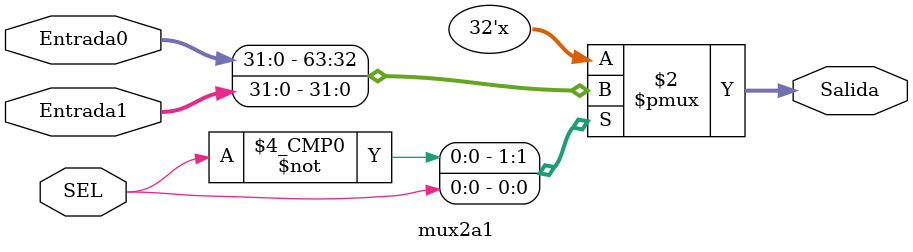
<source format=v>
module mux2a1 #(parameter ANCHO=32)(
input [ANCHO-1:0] Entrada0, Entrada1,
input SEL,
output reg [ANCHO-1:0] Salida 
);

always @(*) begin
case (SEL)
    0: Salida=Entrada0;
    1: Salida=Entrada1;
    default: Salida=Entrada0;
endcase
end

endmodule

</source>
